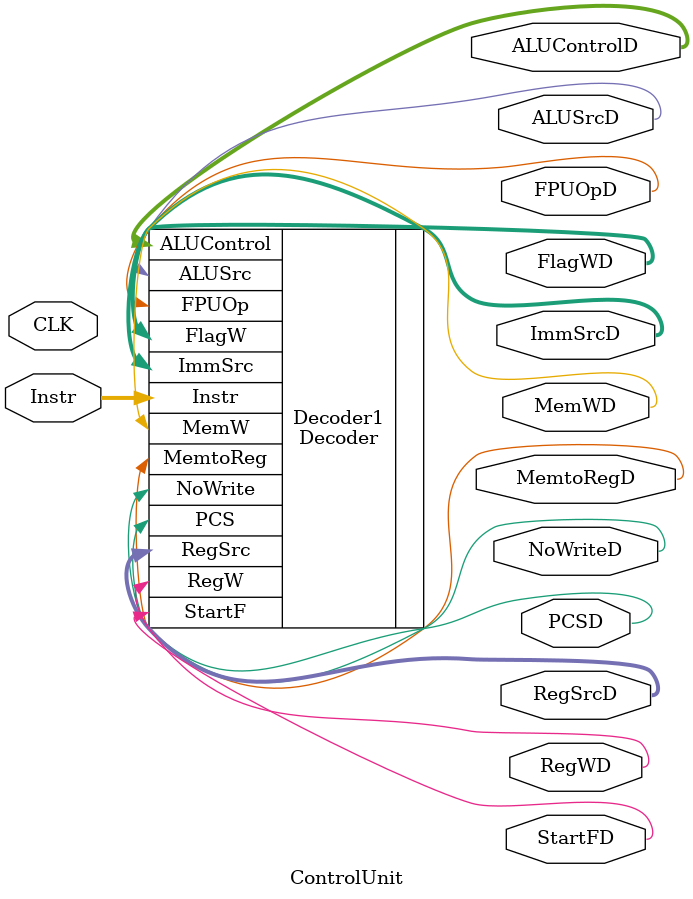
<source format=v>
module ControlUnit(
    input [31:0] Instr,
    input CLK,


    output PCSD,
    output RegWD,
    output MemWD, 
    output [1:0]FlagWD,
    output [1:0]ALUControlD,
    output MemtoRegD,
    output ALUSrcD,
    output [1:0]ImmSrcD,
    output [1:0]RegSrcD,
    output NoWriteD,//此处相比图上增加了Nowrite到condunit
    output StartFD,
    output FPUOpD
    // output FWD

    // output MemtoReg,
    // output MemWrite,
    // output ALUSrc,
    // output [1:0] ImmSrc,
    // output RegWrite,
    // output [1:0] RegSrc,
    // output [1:0] ALUControl,	
    // output PCSrc

    ); 
    
    // CondLogic CondLogic1(
    //  .CLK(CLK),
    //  .PCS(PCS),
    //  .RegW(RegW),
    //  .MemW(MemW),
    //  .FlagW(FlagW),
    //  .Cond(Cond),
    //  .ALUFlags(ALUFlags),
    //  .NoWrite(NoWrite),

    //  .PCSrc(PCSrc),
    //  .RegWrite(RegWrite),
    //  .MemWrite(MemWrite)
    // );

    Decoder Decoder1(
     .Instr(Instr),
     .PCS(PCSD),
     .RegW(RegWD),
     .MemW(MemWD),
     .MemtoReg(MemtoRegD),
     .ALUSrc(ALUSrcD),
     .ImmSrc(ImmSrcD),
     .RegSrc(RegSrcD),
     .ALUControl(ALUControlD),
     .FlagW(FlagWD),
     .NoWrite(NoWriteD),

     .StartF(StartFD),
     .FPUOp(FPUOpD)
    //  .FW(FWD)
    );
endmodule
</source>
